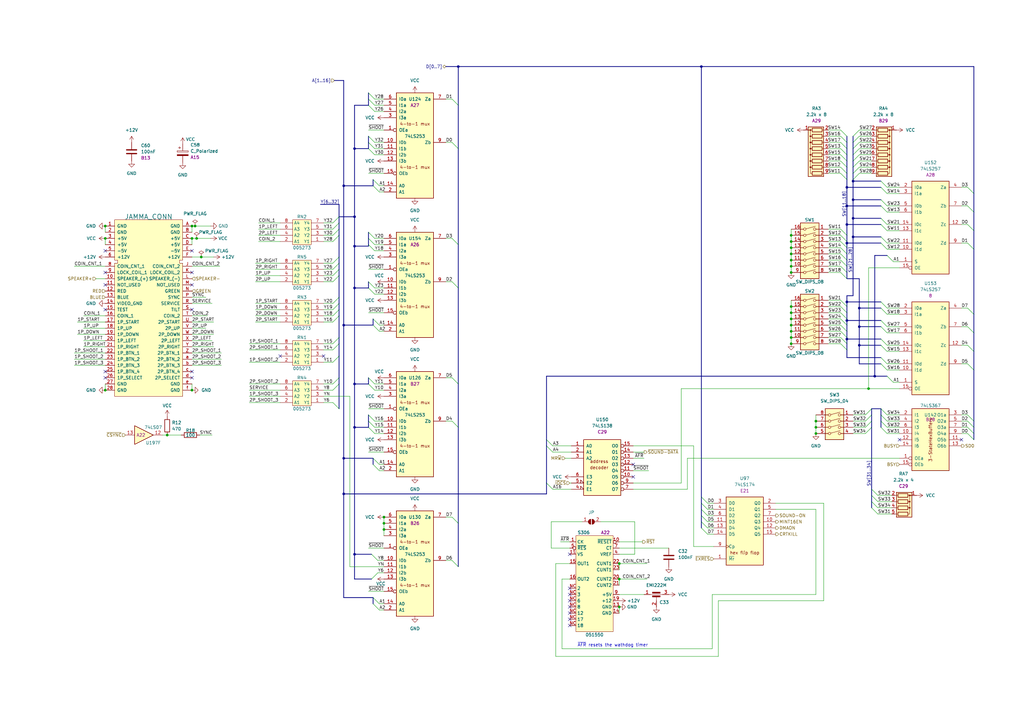
<source format=kicad_sch>
(kicad_sch (version 20230121) (generator eeschema)
  (paper "A3")
  (title_block (title "The Final Round") (date "2023-05-11") (company "Konami GX870"))
  (junction (at 254 248.92))
  (junction (at 334.645 177.8))
  (junction (at 140.97 187.96))
  (junction (at 324.485 138.43))
  (junction (at 324.485 99.06))
  (junction (at 145.415 175.26))
  (junction (at 78.74 97.79))
  (junction (at 157.48 212.09))
  (junction (at 324.485 111.76))
  (junction (at 324.485 135.89))
  (junction (at 43.18 92.71))
  (junction (at 140.97 202.565))
  (junction (at 145.415 60.96))
  (junction (at 140.97 76.2))
  (junction (at 349.885 81.915))
  (junction (at 187.96 27.305))
  (junction (at 324.485 128.27))
  (junction (at 324.485 104.14))
  (junction (at 157.48 214.63))
  (junction (at 80.01 92.71))
  (junction (at 145.415 88.9))
  (junction (at 356.235 159.385))
  (junction (at 347.345 99.695))
  (junction (at 324.485 133.35))
  (junction (at 68.58 178.435))
  (junction (at 157.48 217.17))
  (junction (at 334.645 172.72))
  (junction (at 347.345 92.075))
  (junction (at 145.415 118.11))
  (junction (at 347.345 84.455))
  (junction (at 82.55 105.41))
  (junction (at 43.18 97.79))
  (junction (at 43.18 160.02))
  (junction (at 145.415 157.48))
  (junction (at 324.485 106.68))
  (junction (at 347.345 139.065))
  (junction (at 347.345 76.835))
  (junction (at 349.885 89.535))
  (junction (at 349.885 74.295))
  (junction (at 254 231.14))
  (junction (at 324.485 101.6))
  (junction (at 352.425 141.605))
  (junction (at 80.645 97.79))
  (junction (at 352.425 126.365))
  (junction (at 349.885 97.155))
  (junction (at 254 237.49))
  (junction (at 324.485 140.97))
  (junction (at 287.655 27.305))
  (junction (at 324.485 125.73))
  (junction (at 324.485 109.22))
  (junction (at 145.415 100.965))
  (junction (at 334.645 175.26))
  (junction (at 324.485 96.52))
  (junction (at 145.415 227.33))
  (junction (at 78.74 160.02))
  (junction (at 347.345 123.825))
  (junction (at 352.425 133.985))
  (junction (at 78.74 92.71))
  (junction (at 358.775 154.305))
  (junction (at 324.485 130.81))
  (junction (at 347.345 131.445))
  (junction (at 140.97 133.35))
  (no_connect (at 43.18 116.84))
  (no_connect (at 233.68 246.38))
  (no_connect (at 78.74 116.84))
  (no_connect (at 233.68 251.46))
  (no_connect (at 233.68 256.54))
  (no_connect (at 43.18 152.4))
  (no_connect (at 43.18 154.94))
  (no_connect (at 78.74 152.4))
  (no_connect (at 78.74 154.94))
  (no_connect (at 43.18 127))
  (no_connect (at 132.715 146.05))
  (no_connect (at 233.68 254))
  (no_connect (at 78.74 127))
  (no_connect (at 233.68 243.84))
  (no_connect (at 78.74 102.87))
  (no_connect (at 114.935 146.05))
  (no_connect (at 259.715 190.5))
  (no_connect (at 259.715 195.58))
  (no_connect (at 78.74 111.76))
  (no_connect (at 394.335 180.34))
  (no_connect (at 43.18 111.76))
  (no_connect (at 233.68 248.92))
  (no_connect (at 233.68 227.33))
  (no_connect (at 368.935 180.34))
  (no_connect (at 43.18 102.87))
  (no_connect (at 233.68 241.3))
  (bus_entry (at 153.035 76.2) (size 2.54 2.54))
  (bus_entry (at 344.805 123.19) (size 2.54 2.54))
  (bus_entry (at 287.655 211.455) (size 2.54 2.54))
  (bus_entry (at 344.805 138.43) (size 2.54 2.54))
  (bus_entry (at 361.315 99.695) (size 2.54 2.54))
  (bus_entry (at 361.315 172.72) (size 2.54 2.54))
  (bus_entry (at 396.875 149.225) (size 2.54 2.54))
  (bus_entry (at 344.805 140.97) (size 2.54 2.54))
  (bus_entry (at 151.13 40.64) (size 2.54 2.54))
  (bus_entry (at 344.805 99.06) (size 2.54 2.54))
  (bus_entry (at 361.315 141.605) (size 2.54 2.54))
  (bus_entry (at 344.805 135.89) (size 2.54 2.54))
  (bus_entry (at 344.805 93.98) (size 2.54 2.54))
  (bus_entry (at 396.875 177.8) (size 2.54 2.54))
  (bus_entry (at 224.155 198.12) (size 2.54 2.54))
  (bus_entry (at 344.805 104.14) (size 2.54 2.54))
  (bus_entry (at 139.065 157.48) (size -2.54 2.54))
  (bus_entry (at 151.13 170.18) (size 2.54 2.54))
  (bus_entry (at 139.065 107.95) (size -2.54 2.54))
  (bus_entry (at 357.505 203.2) (size 2.54 2.54))
  (bus_entry (at 361.315 81.915) (size 2.54 2.54))
  (bus_entry (at 361.315 84.455) (size 2.54 2.54))
  (bus_entry (at 361.315 76.835) (size 2.54 2.54))
  (bus_entry (at 153.035 133.35) (size 2.54 2.54))
  (bus_entry (at 139.065 93.98) (size -2.54 2.54))
  (bus_entry (at 344.805 71.12) (size 2.54 2.54))
  (bus_entry (at 139.065 91.44) (size -2.54 2.54))
  (bus_entry (at 361.315 123.825) (size 2.54 2.54))
  (bus_entry (at 344.805 101.6) (size 2.54 2.54))
  (bus_entry (at 349.885 68.58) (size 2.54 -2.54))
  (bus_entry (at 344.805 96.52) (size 2.54 2.54))
  (bus_entry (at 344.805 111.76) (size 2.54 2.54))
  (bus_entry (at 151.13 58.42) (size 2.54 2.54))
  (bus_entry (at 151.13 157.48) (size 2.54 2.54))
  (bus_entry (at 287.655 208.915) (size 2.54 2.54))
  (bus_entry (at 396.875 170.18) (size 2.54 2.54))
  (bus_entry (at 153.035 130.81) (size 2.54 2.54))
  (bus_entry (at 151.13 115.57) (size 2.54 2.54))
  (bus_entry (at 354.965 177.8) (size 2.54 -2.54))
  (bus_entry (at 349.885 58.42) (size 2.54 -2.54))
  (bus_entry (at 344.805 68.58) (size 2.54 2.54))
  (bus_entry (at 361.315 97.155) (size 2.54 2.54))
  (bus_entry (at 361.315 149.225) (size 2.54 2.54))
  (bus_entry (at 139.065 124.46) (size -2.54 2.54))
  (bus_entry (at 361.315 167.64) (size 2.54 2.54))
  (bus_entry (at 361.315 139.065) (size 2.54 2.54))
  (bus_entry (at 151.13 43.18) (size 2.54 2.54))
  (bus_entry (at 185.42 40.64) (size 2.54 2.54))
  (bus_entry (at 185.42 58.42) (size 2.54 2.54))
  (bus_entry (at 185.42 154.94) (size 2.54 2.54))
  (bus_entry (at 185.42 97.79) (size 2.54 2.54))
  (bus_entry (at 344.805 60.96) (size 2.54 2.54))
  (bus_entry (at 344.805 133.35) (size 2.54 2.54))
  (bus_entry (at 396.875 126.365) (size 2.54 2.54))
  (bus_entry (at 153.035 187.96) (size 2.54 2.54))
  (bus_entry (at 151.13 97.79) (size 2.54 2.54))
  (bus_entry (at 139.065 129.54) (size -2.54 2.54))
  (bus_entry (at 344.805 55.88) (size 2.54 2.54))
  (bus_entry (at 139.065 113.03) (size -2.54 2.54))
  (bus_entry (at 344.805 130.81) (size 2.54 2.54))
  (bus_entry (at 185.42 172.72) (size 2.54 2.54))
  (bus_entry (at 344.805 125.73) (size 2.54 2.54))
  (bus_entry (at 361.315 175.26) (size 2.54 2.54))
  (bus_entry (at 354.965 172.72) (size 2.54 -2.54))
  (bus_entry (at 361.315 74.295) (size 2.54 2.54))
  (bus_entry (at 357.505 208.28) (size 2.54 2.54))
  (bus_entry (at 349.885 66.04) (size 2.54 -2.54))
  (bus_entry (at 151.13 60.96) (size 2.54 2.54))
  (bus_entry (at 349.885 60.96) (size 2.54 -2.54))
  (bus_entry (at 224.155 182.88) (size 2.54 2.54))
  (bus_entry (at 361.315 131.445) (size 2.54 2.54))
  (bus_entry (at 396.875 175.26) (size 2.54 2.54))
  (bus_entry (at 349.885 71.12) (size 2.54 -2.54))
  (bus_entry (at 139.065 105.41) (size -2.54 2.54))
  (bus_entry (at 151.13 118.11) (size 2.54 2.54))
  (bus_entry (at 151.13 175.26) (size 2.54 2.54))
  (bus_entry (at 357.505 200.66) (size 2.54 2.54))
  (bus_entry (at 151.13 154.94) (size 2.54 2.54))
  (bus_entry (at 361.315 146.685) (size 2.54 2.54))
  (bus_entry (at 139.065 140.97) (size -2.54 2.54))
  (bus_entry (at 139.065 88.9) (size -2.54 2.54))
  (bus_entry (at 152.4 227.33) (size 2.54 2.54))
  (bus_entry (at 396.875 92.075) (size 2.54 2.54))
  (bus_entry (at 396.875 99.695) (size 2.54 2.54))
  (bus_entry (at 396.875 76.835) (size 2.54 2.54))
  (bus_entry (at 396.875 84.455) (size 2.54 2.54))
  (bus_entry (at 185.42 115.57) (size 2.54 2.54))
  (bus_entry (at 344.805 63.5) (size 2.54 2.54))
  (bus_entry (at 139.065 110.49) (size -2.54 2.54))
  (bus_entry (at 344.805 58.42) (size 2.54 2.54))
  (bus_entry (at 185.42 212.09) (size 2.54 2.54))
  (bus_entry (at 396.875 133.985) (size 2.54 2.54))
  (bus_entry (at 153.035 73.66) (size 2.54 2.54))
  (bus_entry (at 287.655 206.375) (size 2.54 2.54))
  (bus_entry (at 361.315 133.985) (size 2.54 2.54))
  (bus_entry (at 151.13 100.33) (size 2.54 2.54))
  (bus_entry (at 152.4 237.49) (size 2.54 -2.54))
  (bus_entry (at 139.065 127) (size -2.54 2.54))
  (bus_entry (at 354.965 175.26) (size 2.54 -2.54))
  (bus_entry (at 344.805 109.22) (size 2.54 2.54))
  (bus_entry (at 151.13 55.88) (size 2.54 2.54))
  (bus_entry (at 287.655 213.995) (size 2.54 2.54))
  (bus_entry (at 287.655 216.535) (size 2.54 2.54))
  (bus_entry (at 139.065 96.52) (size -2.54 2.54))
  (bus_entry (at 151.13 172.72) (size 2.54 2.54))
  (bus_entry (at 361.315 170.18) (size 2.54 2.54))
  (bus_entry (at 349.885 63.5) (size 2.54 -2.54))
  (bus_entry (at 139.065 121.92) (size -2.54 2.54))
  (bus_entry (at 151.13 38.1) (size 2.54 2.54))
  (bus_entry (at 396.875 172.72) (size 2.54 2.54))
  (bus_entry (at 139.065 154.94) (size -2.54 2.54))
  (bus_entry (at 344.805 128.27) (size 2.54 2.54))
  (bus_entry (at 354.965 170.18) (size 2.54 -2.54))
  (bus_entry (at 396.875 141.605) (size 2.54 2.54))
  (bus_entry (at 357.505 205.74) (size 2.54 2.54))
  (bus_entry (at 344.805 106.68) (size 2.54 2.54))
  (bus_entry (at 361.315 126.365) (size 2.54 2.54))
  (bus_entry (at 349.885 73.66) (size 2.54 -2.54))
  (bus_entry (at 153.035 190.5) (size 2.54 2.54))
  (bus_entry (at 344.805 66.04) (size 2.54 2.54))
  (bus_entry (at 153.035 245.11) (size 2.54 2.54))
  (bus_entry (at 153.035 247.65) (size 2.54 2.54))
  (bus_entry (at 349.885 55.88) (size 2.54 -2.54))
  (bus_entry (at 344.805 53.34) (size 2.54 2.54))
  (bus_entry (at 185.42 229.87) (size 2.54 2.54))
  (bus_entry (at 139.065 167.64) (size -2.54 -2.54))
  (bus_entry (at 287.655 203.835) (size 2.54 2.54))
  (bus_entry (at 224.155 180.34) (size 2.54 2.54))
  (bus_entry (at 139.065 146.05) (size -2.54 2.54))
  (bus_entry (at 151.13 95.25) (size 2.54 2.54))
  (bus_entry (at 139.065 138.43) (size -2.54 2.54))
  (bus_entry (at 363.855 104.775) (size 2.54 2.54))
  (bus_entry (at 363.855 154.305) (size 2.54 2.54))
  (bus_entry (at 361.315 92.075) (size 2.54 2.54))
  (bus_entry (at 361.315 89.535) (size 2.54 2.54))
  (bus (pts (xy 187.96 214.63) (xy 187.96 175.26)))
  (wire (pts (xy 153.67 97.79) (xy 157.48 97.79)))
  (bus (pts (xy 153.035 190.5) (xy 153.035 187.96)))
  (wire (pts (xy 226.695 200.66) (xy 234.315 200.66)))
  (wire (pts (xy 230.505 237.49) (xy 233.68 237.49)))
  (wire (pts (xy 360.045 205.74) (xy 365.76 205.74)))
  (wire (pts (xy 281.94 187.96) (xy 368.935 187.96)))
  (wire (pts (xy 143.51 232.41) (xy 157.48 232.41)))
  (wire (pts (xy 260.35 227.33) (xy 260.35 213.995)))
  (bus (pts (xy 347.345 121.285) (xy 349.885 121.285)))
  (bus (pts (xy 137.16 33.02) (xy 140.97 33.02)))
  (wire (pts (xy 324.485 133.35) (xy 324.485 135.89)))
  (bus (pts (xy 145.415 157.48) (xy 145.415 175.26)))
  (wire (pts (xy 132.715 157.48) (xy 136.525 157.48)))
  (bus (pts (xy 139.065 138.43) (xy 139.065 140.97)))
  (wire (pts (xy 368.935 109.855) (xy 356.235 109.855)))
  (wire (pts (xy 153.67 63.5) (xy 157.48 63.5)))
  (wire (pts (xy 34.29 129.54) (xy 43.18 129.54)))
  (bus (pts (xy 349.885 55.88) (xy 349.885 58.42)))
  (bus (pts (xy 153.035 247.65) (xy 153.035 245.11)))
  (bus (pts (xy 224.155 180.34) (xy 224.155 154.305)))
  (wire (pts (xy 227.965 269.24) (xy 294.64 269.24)))
  (bus (pts (xy 187.96 100.33) (xy 187.96 60.96)))
  (bus (pts (xy 153.035 245.11) (xy 140.97 245.11)))
  (bus (pts (xy 140.97 133.35) (xy 140.97 76.2)))
  (wire (pts (xy 290.195 219.075) (xy 292.735 219.075)))
  (bus (pts (xy 139.065 157.48) (xy 139.065 167.64)))
  (wire (pts (xy 352.425 55.88) (xy 357.505 55.88)))
  (wire (pts (xy 66.675 178.435) (xy 68.58 178.435)))
  (wire (pts (xy 294.64 269.24) (xy 294.64 246.38)))
  (bus (pts (xy 357.505 205.74) (xy 357.505 208.28)))
  (bus (pts (xy 357.505 172.72) (xy 357.505 170.18)))
  (bus (pts (xy 139.065 129.54) (xy 139.065 138.43)))
  (bus (pts (xy 140.97 133.35) (xy 153.035 133.35)))
  (wire (pts (xy 155.575 133.35) (xy 157.48 133.35)))
  (wire (pts (xy 132.715 110.49) (xy 136.525 110.49)))
  (wire (pts (xy 227.965 231.14) (xy 233.68 231.14)))
  (bus (pts (xy 187.96 232.41) (xy 187.96 214.63)))
  (bus (pts (xy 151.13 60.96) (xy 145.415 60.96)))
  (bus (pts (xy 399.415 172.72) (xy 399.415 151.765)))
  (wire (pts (xy 132.715 107.95) (xy 136.525 107.95)))
  (bus (pts (xy 139.065 91.44) (xy 139.065 93.98)))
  (wire (pts (xy 284.48 224.155) (xy 292.735 224.155)))
  (wire (pts (xy 151.13 185.42) (xy 157.48 185.42)))
  (bus (pts (xy 349.885 89.535) (xy 361.315 89.535)))
  (wire (pts (xy 132.715 96.52) (xy 136.525 96.52)))
  (wire (pts (xy 151.13 71.12) (xy 157.48 71.12)))
  (wire (pts (xy 78.74 132.08) (xy 87.63 132.08)))
  (wire (pts (xy 104.775 124.46) (xy 114.935 124.46)))
  (wire (pts (xy 360.045 210.82) (xy 365.76 210.82)))
  (bus (pts (xy 352.425 114.3) (xy 352.425 126.365)))
  (wire (pts (xy 132.715 162.56) (xy 143.51 162.56)))
  (bus (pts (xy 287.655 203.835) (xy 287.655 206.375)))
  (wire (pts (xy 81.915 178.435) (xy 86.995 178.435)))
  (bus (pts (xy 399.415 27.305) (xy 399.415 79.375)))
  (wire (pts (xy 259.715 200.66) (xy 281.94 200.66)))
  (wire (pts (xy 182.88 212.09) (xy 185.42 212.09)))
  (wire (pts (xy 254 248.92) (xy 254 251.46)))
  (wire (pts (xy 30.48 149.86) (xy 43.18 149.86)))
  (bus (pts (xy 349.885 63.5) (xy 349.885 66.04)))
  (wire (pts (xy 153.67 160.02) (xy 157.48 160.02)))
  (bus (pts (xy 349.885 97.155) (xy 361.315 97.155)))
  (wire (pts (xy 226.06 224.79) (xy 233.68 224.79)))
  (bus (pts (xy 361.315 170.18) (xy 361.315 172.72)))
  (bus (pts (xy 139.065 127) (xy 139.065 129.54)))
  (wire (pts (xy 254 224.79) (xy 274.32 224.79)))
  (wire (pts (xy 104.775 129.54) (xy 114.935 129.54)))
  (wire (pts (xy 360.045 203.2) (xy 365.76 203.2)))
  (wire (pts (xy 337.82 206.375) (xy 337.82 246.38)))
  (wire (pts (xy 157.48 214.63) (xy 157.48 217.17)))
  (bus (pts (xy 140.97 76.2) (xy 153.035 76.2)))
  (wire (pts (xy 151.13 128.27) (xy 157.48 128.27)))
  (bus (pts (xy 349.885 71.12) (xy 349.885 73.66)))
  (wire (pts (xy 363.855 84.455) (xy 368.935 84.455)))
  (wire (pts (xy 102.235 162.56) (xy 114.935 162.56)))
  (bus (pts (xy 347.345 68.58) (xy 347.345 71.12)))
  (bus (pts (xy 347.345 123.825) (xy 361.315 123.825)))
  (bus (pts (xy 352.425 126.365) (xy 352.425 133.985)))
  (wire (pts (xy 356.235 109.855) (xy 356.235 159.385)))
  (bus (pts (xy 347.345 99.695) (xy 347.345 101.6)))
  (bus (pts (xy 347.345 125.73) (xy 347.345 123.825)))
  (wire (pts (xy 259.715 193.04) (xy 266.065 193.04)))
  (wire (pts (xy 339.725 135.89) (xy 344.805 135.89)))
  (wire (pts (xy 143.51 232.41) (xy 143.51 162.56)))
  (bus (pts (xy 357.505 175.26) (xy 357.505 200.66)))
  (bus (pts (xy 347.345 92.075) (xy 347.345 96.52)))
  (wire (pts (xy 102.235 143.51) (xy 114.935 143.51)))
  (wire (pts (xy 352.425 71.12) (xy 357.505 71.12)))
  (wire (pts (xy 344.805 66.04) (xy 339.725 66.04)))
  (wire (pts (xy 339.725 140.97) (xy 344.805 140.97)))
  (bus (pts (xy 347.345 138.43) (xy 347.345 135.89)))
  (bus (pts (xy 357.505 170.18) (xy 357.505 167.64)))
  (wire (pts (xy 290.195 211.455) (xy 292.735 211.455)))
  (wire (pts (xy 324.485 99.06) (xy 324.485 101.6)))
  (wire (pts (xy 363.855 102.235) (xy 368.935 102.235)))
  (wire (pts (xy 106.045 99.06) (xy 114.935 99.06)))
  (wire (pts (xy 78.74 144.78) (xy 90.805 144.78)))
  (bus (pts (xy 153.035 187.96) (xy 140.97 187.96)))
  (wire (pts (xy 349.885 175.26) (xy 354.965 175.26)))
  (wire (pts (xy 226.06 213.995) (xy 238.76 213.995)))
  (bus (pts (xy 399.415 136.525) (xy 399.415 128.905)))
  (bus (pts (xy 399.415 144.145) (xy 399.415 136.525)))
  (wire (pts (xy 339.725 125.73) (xy 344.805 125.73)))
  (bus (pts (xy 140.97 76.2) (xy 140.97 33.02)))
  (wire (pts (xy 324.485 101.6) (xy 324.485 104.14)))
  (wire (pts (xy 153.67 175.26) (xy 157.48 175.26)))
  (bus (pts (xy 352.425 149.225) (xy 361.315 149.225)))
  (wire (pts (xy 153.67 177.8) (xy 157.48 177.8)))
  (bus (pts (xy 347.345 130.81) (xy 347.345 128.27)))
  (bus (pts (xy 347.345 92.075) (xy 361.315 92.075)))
  (bus (pts (xy 352.425 133.985) (xy 352.425 141.605)))
  (wire (pts (xy 78.74 157.48) (xy 78.74 160.02)))
  (wire (pts (xy 363.855 86.995) (xy 368.935 86.995)))
  (bus (pts (xy 187.96 60.96) (xy 187.96 43.18)))
  (bus (pts (xy 151.13 100.965) (xy 145.415 100.965)))
  (wire (pts (xy 290.195 208.915) (xy 292.735 208.915)))
  (wire (pts (xy 230.505 266.065) (xy 292.1 266.065)))
  (wire (pts (xy 363.855 126.365) (xy 368.935 126.365)))
  (wire (pts (xy 344.805 109.22) (xy 339.725 109.22)))
  (wire (pts (xy 102.235 160.02) (xy 114.935 160.02)))
  (wire (pts (xy 339.725 128.27) (xy 344.805 128.27)))
  (wire (pts (xy 279.4 159.385) (xy 356.235 159.385)))
  (wire (pts (xy 153.67 58.42) (xy 157.48 58.42)))
  (bus (pts (xy 347.345 58.42) (xy 347.345 60.96)))
  (bus (pts (xy 347.345 131.445) (xy 361.315 131.445)))
  (wire (pts (xy 43.18 92.71) (xy 43.18 95.25)))
  (wire (pts (xy 363.855 79.375) (xy 368.935 79.375)))
  (wire (pts (xy 155.575 190.5) (xy 157.48 190.5)))
  (wire (pts (xy 154.94 229.87) (xy 157.48 229.87)))
  (wire (pts (xy 394.335 141.605) (xy 396.875 141.605)))
  (bus (pts (xy 139.065 110.49) (xy 139.065 113.03)))
  (wire (pts (xy 151.13 242.57) (xy 157.48 242.57)))
  (wire (pts (xy 394.335 84.455) (xy 396.875 84.455)))
  (wire (pts (xy 78.74 137.16) (xy 87.63 137.16)))
  (wire (pts (xy 78.74 134.62) (xy 84.455 134.62)))
  (wire (pts (xy 132.715 140.97) (xy 136.525 140.97)))
  (bus (pts (xy 347.345 135.89) (xy 347.345 133.35)))
  (bus (pts (xy 139.065 105.41) (xy 139.065 107.95)))
  (bus (pts (xy 347.345 99.06) (xy 347.345 99.695)))
  (wire (pts (xy 230.505 266.065) (xy 230.505 237.49)))
  (wire (pts (xy 154.94 234.95) (xy 157.48 234.95)))
  (bus (pts (xy 139.065 88.9) (xy 145.415 88.9)))
  (wire (pts (xy 233.68 198.12) (xy 234.315 198.12)))
  (wire (pts (xy 151.13 224.79) (xy 157.48 224.79)))
  (bus (pts (xy 349.885 68.58) (xy 349.885 71.12)))
  (bus (pts (xy 287.655 27.305) (xy 287.655 203.835)))
  (bus (pts (xy 352.425 141.605) (xy 361.315 141.605)))
  (wire (pts (xy 344.805 104.14) (xy 339.725 104.14)))
  (wire (pts (xy 80.01 92.71) (xy 86.36 92.71)))
  (bus (pts (xy 140.97 245.11) (xy 140.97 202.565)))
  (wire (pts (xy 254 243.84) (xy 264.16 243.84)))
  (wire (pts (xy 102.235 165.1) (xy 114.935 165.1)))
  (wire (pts (xy 334.645 208.915) (xy 334.645 243.84)))
  (bus (pts (xy 151.13 55.88) (xy 151.13 58.42)))
  (wire (pts (xy 30.48 109.22) (xy 43.18 109.22)))
  (wire (pts (xy 394.335 172.72) (xy 396.875 172.72)))
  (bus (pts (xy 287.655 208.915) (xy 287.655 211.455)))
  (wire (pts (xy 366.395 107.315) (xy 368.935 107.315)))
  (bus (pts (xy 139.065 140.97) (xy 139.065 146.05)))
  (bus (pts (xy 140.97 202.565) (xy 224.155 202.565)))
  (wire (pts (xy 363.855 128.905) (xy 368.935 128.905)))
  (wire (pts (xy 78.74 129.54) (xy 85.09 129.54)))
  (wire (pts (xy 352.425 66.04) (xy 357.505 66.04)))
  (bus (pts (xy 347.345 60.96) (xy 347.345 63.5)))
  (wire (pts (xy 279.4 198.12) (xy 279.4 159.385)))
  (wire (pts (xy 132.715 93.98) (xy 136.525 93.98)))
  (bus (pts (xy 145.415 175.26) (xy 145.415 227.33)))
  (wire (pts (xy 43.18 97.79) (xy 43.18 100.33)))
  (wire (pts (xy 366.395 156.845) (xy 368.935 156.845)))
  (wire (pts (xy 132.715 113.03) (xy 136.525 113.03)))
  (wire (pts (xy 344.805 63.5) (xy 339.725 63.5)))
  (wire (pts (xy 106.045 96.52) (xy 114.935 96.52)))
  (bus (pts (xy 399.415 151.765) (xy 399.415 144.145)))
  (wire (pts (xy 394.335 99.695) (xy 396.875 99.695)))
  (bus (pts (xy 347.345 143.51) (xy 347.345 140.97)))
  (wire (pts (xy 182.88 229.87) (xy 185.42 229.87)))
  (wire (pts (xy 78.74 92.71) (xy 80.01 92.71)))
  (wire (pts (xy 363.855 76.835) (xy 368.935 76.835)))
  (bus (pts (xy 349.885 60.96) (xy 349.885 63.5)))
  (bus (pts (xy 347.345 140.97) (xy 347.345 139.065)))
  (bus (pts (xy 151.13 172.72) (xy 151.13 175.26)))
  (wire (pts (xy 324.485 104.14) (xy 324.485 106.68)))
  (wire (pts (xy 102.235 157.48) (xy 114.935 157.48)))
  (wire (pts (xy 68.58 178.435) (xy 74.295 178.435)))
  (wire (pts (xy 78.74 97.79) (xy 80.645 97.79)))
  (bus (pts (xy 349.885 89.535) (xy 349.885 97.155)))
  (wire (pts (xy 82.55 105.41) (xy 87.63 105.41)))
  (bus (pts (xy 140.97 187.96) (xy 140.97 133.35)))
  (wire (pts (xy 363.855 170.18) (xy 368.935 170.18)))
  (wire (pts (xy 155.575 247.65) (xy 157.48 247.65)))
  (bus (pts (xy 151.13 95.25) (xy 151.13 97.79)))
  (wire (pts (xy 394.335 175.26) (xy 396.875 175.26)))
  (wire (pts (xy 78.74 109.22) (xy 90.17 109.22)))
  (bus (pts (xy 357.505 175.26) (xy 357.505 172.72)))
  (wire (pts (xy 229.87 222.25) (xy 233.68 222.25)))
  (wire (pts (xy 363.855 99.695) (xy 368.935 99.695)))
  (wire (pts (xy 394.335 149.225) (xy 396.875 149.225)))
  (wire (pts (xy 106.045 93.98) (xy 114.935 93.98)))
  (wire (pts (xy 78.74 97.79) (xy 78.74 100.33)))
  (wire (pts (xy 132.715 165.1) (xy 136.525 165.1)))
  (wire (pts (xy 352.425 63.5) (xy 357.505 63.5)))
  (bus (pts (xy 352.425 141.605) (xy 352.425 149.225)))
  (wire (pts (xy 132.715 132.08) (xy 136.525 132.08)))
  (bus (pts (xy 349.885 81.915) (xy 349.885 89.535)))
  (wire (pts (xy 182.88 115.57) (xy 185.42 115.57)))
  (wire (pts (xy 78.74 149.86) (xy 90.805 149.86)))
  (wire (pts (xy 324.485 125.73) (xy 324.485 128.27)))
  (wire (pts (xy 394.335 126.365) (xy 396.875 126.365)))
  (wire (pts (xy 352.425 68.58) (xy 357.505 68.58)))
  (bus (pts (xy 347.345 76.835) (xy 347.345 84.455)))
  (bus (pts (xy 151.13 175.26) (xy 145.415 175.26)))
  (bus (pts (xy 347.345 104.14) (xy 347.345 106.68)))
  (wire (pts (xy 31.75 137.16) (xy 43.18 137.16)))
  (wire (pts (xy 334.645 172.72) (xy 334.645 175.26)))
  (bus (pts (xy 361.315 167.64) (xy 361.315 170.18)))
  (wire (pts (xy 281.94 200.66) (xy 281.94 187.96)))
  (bus (pts (xy 399.415 94.615) (xy 399.415 86.995)))
  (wire (pts (xy 151.13 53.34) (xy 157.48 53.34)))
  (wire (pts (xy 339.725 138.43) (xy 344.805 138.43)))
  (bus (pts (xy 349.885 97.155) (xy 349.885 121.285)))
  (bus (pts (xy 349.885 73.66) (xy 349.885 74.295)))
  (wire (pts (xy 34.29 142.24) (xy 43.18 142.24)))
  (wire (pts (xy 226.06 213.995) (xy 226.06 224.79)))
  (wire (pts (xy 394.335 177.8) (xy 396.875 177.8)))
  (bus (pts (xy 347.345 55.88) (xy 347.345 58.42)))
  (wire (pts (xy 363.855 94.615) (xy 368.935 94.615)))
  (wire (pts (xy 363.855 151.765) (xy 368.935 151.765)))
  (wire (pts (xy 182.88 97.79) (xy 185.42 97.79)))
  (wire (pts (xy 363.855 175.26) (xy 368.935 175.26)))
  (wire (pts (xy 254 231.14) (xy 265.43 231.14)))
  (wire (pts (xy 344.805 101.6) (xy 339.725 101.6)))
  (bus (pts (xy 145.415 100.965) (xy 145.415 118.11)))
  (wire (pts (xy 226.695 182.88) (xy 234.315 182.88)))
  (bus (pts (xy 153.035 130.81) (xy 153.035 133.35)))
  (wire (pts (xy 363.855 149.225) (xy 368.935 149.225)))
  (bus (pts (xy 139.065 93.98) (xy 139.065 96.52)))
  (wire (pts (xy 155.575 78.74) (xy 157.48 78.74)))
  (bus (pts (xy 224.155 202.565) (xy 224.155 198.12)))
  (wire (pts (xy 363.855 92.075) (xy 368.935 92.075)))
  (bus (pts (xy 347.345 133.35) (xy 347.345 131.445)))
  (wire (pts (xy 254 231.14) (xy 254 233.68)))
  (bus (pts (xy 140.97 187.96) (xy 140.97 202.565)))
  (wire (pts (xy 344.805 58.42) (xy 339.725 58.42)))
  (bus (pts (xy 187.96 27.305) (xy 287.655 27.305)))
  (wire (pts (xy 318.135 208.915) (xy 334.645 208.915)))
  (wire (pts (xy 104.775 107.95) (xy 114.935 107.95)))
  (bus (pts (xy 349.885 58.42) (xy 349.885 60.96)))
  (wire (pts (xy 155.575 76.2) (xy 157.48 76.2)))
  (wire (pts (xy 151.13 110.49) (xy 157.48 110.49)))
  (bus (pts (xy 347.345 99.695) (xy 361.315 99.695)))
  (wire (pts (xy 290.195 216.535) (xy 292.735 216.535)))
  (wire (pts (xy 339.725 123.19) (xy 344.805 123.19)))
  (wire (pts (xy 104.775 127) (xy 114.935 127)))
  (wire (pts (xy 153.67 60.96) (xy 157.48 60.96)))
  (bus (pts (xy 347.345 101.6) (xy 347.345 104.14)))
  (wire (pts (xy 246.38 213.995) (xy 260.35 213.995)))
  (wire (pts (xy 182.88 172.72) (xy 185.42 172.72)))
  (wire (pts (xy 78.74 105.41) (xy 82.55 105.41)))
  (wire (pts (xy 227.965 231.14) (xy 227.965 269.24)))
  (bus (pts (xy 399.415 177.8) (xy 399.415 175.26)))
  (bus (pts (xy 151.13 157.48) (xy 145.415 157.48)))
  (wire (pts (xy 226.695 185.42) (xy 234.315 185.42)))
  (wire (pts (xy 324.485 106.68) (xy 324.485 109.22)))
  (wire (pts (xy 182.88 58.42) (xy 185.42 58.42)))
  (wire (pts (xy 363.855 144.145) (xy 368.935 144.145)))
  (wire (pts (xy 344.805 53.34) (xy 339.725 53.34)))
  (bus (pts (xy 358.775 104.775) (xy 358.775 154.305)))
  (wire (pts (xy 102.235 140.97) (xy 114.935 140.97)))
  (wire (pts (xy 318.135 206.375) (xy 337.82 206.375)))
  (bus (pts (xy 361.315 146.685) (xy 347.345 146.685)))
  (wire (pts (xy 356.235 159.385) (xy 368.935 159.385)))
  (bus (pts (xy 347.345 76.835) (xy 361.315 76.835)))
  (bus (pts (xy 357.505 167.64) (xy 361.315 167.64)))
  (wire (pts (xy 334.645 170.18) (xy 334.645 172.72)))
  (wire (pts (xy 78.74 147.32) (xy 90.805 147.32)))
  (bus (pts (xy 151.13 43.18) (xy 145.415 43.18)))
  (wire (pts (xy 34.29 139.7) (xy 43.18 139.7)))
  (wire (pts (xy 157.48 212.09) (xy 157.48 214.63)))
  (bus (pts (xy 145.415 237.49) (xy 145.415 227.33)))
  (wire (pts (xy 39.37 114.3) (xy 43.18 114.3)))
  (wire (pts (xy 153.67 100.33) (xy 157.48 100.33)))
  (bus (pts (xy 347.345 96.52) (xy 347.345 99.06)))
  (wire (pts (xy 153.67 120.65) (xy 157.48 120.65)))
  (wire (pts (xy 344.805 68.58) (xy 339.725 68.58)))
  (bus (pts (xy 347.345 84.455) (xy 361.315 84.455)))
  (wire (pts (xy 153.67 102.87) (xy 157.48 102.87)))
  (wire (pts (xy 78.74 92.71) (xy 78.74 95.25)))
  (wire (pts (xy 294.64 246.38) (xy 337.82 246.38)))
  (wire (pts (xy 259.715 182.88) (xy 284.48 182.88)))
  (bus (pts (xy 363.855 104.775) (xy 358.775 104.775)))
  (wire (pts (xy 153.67 40.64) (xy 157.48 40.64)))
  (bus (pts (xy 347.345 128.27) (xy 347.345 125.73)))
  (bus (pts (xy 187.96 43.18) (xy 187.96 27.305)))
  (bus (pts (xy 151.13 40.64) (xy 151.13 43.18)))
  (wire (pts (xy 394.335 170.18) (xy 396.875 170.18)))
  (bus (pts (xy 145.415 60.96) (xy 145.415 88.9)))
  (bus (pts (xy 347.345 63.5) (xy 347.345 66.04)))
  (bus (pts (xy 187.96 118.11) (xy 187.96 100.33)))
  (bus (pts (xy 399.415 180.34) (xy 399.415 177.8)))
  (wire (pts (xy 363.855 133.985) (xy 368.935 133.985)))
  (bus (pts (xy 352.425 133.985) (xy 361.315 133.985)))
  (wire (pts (xy 132.715 124.46) (xy 136.525 124.46)))
  (bus (pts (xy 347.345 73.66) (xy 347.345 76.835)))
  (bus (pts (xy 399.415 102.235) (xy 399.415 94.615)))
  (wire (pts (xy 106.045 91.44) (xy 114.935 91.44)))
  (bus (pts (xy 187.96 175.26) (xy 187.96 157.48)))
  (bus (pts (xy 151.13 170.18) (xy 151.13 172.72)))
  (bus (pts (xy 361.315 172.72) (xy 361.315 175.26)))
  (wire (pts (xy 363.855 172.72) (xy 368.935 172.72)))
  (bus (pts (xy 224.155 154.305) (xy 358.775 154.305)))
  (wire (pts (xy 344.805 71.12) (xy 339.725 71.12)))
  (wire (pts (xy 349.885 170.18) (xy 354.965 170.18)))
  (wire (pts (xy 344.805 55.88) (xy 339.725 55.88)))
  (wire (pts (xy 394.335 133.985) (xy 396.875 133.985)))
  (wire (pts (xy 344.805 93.98) (xy 339.725 93.98)))
  (bus (pts (xy 347.345 84.455) (xy 347.345 92.075)))
  (wire (pts (xy 78.74 121.92) (xy 84.455 121.92)))
  (wire (pts (xy 290.195 213.995) (xy 292.735 213.995)))
  (bus (pts (xy 347.345 111.76) (xy 347.345 114.3)))
  (wire (pts (xy 78.74 139.7) (xy 86.995 139.7)))
  (wire (pts (xy 344.805 111.76) (xy 339.725 111.76)))
  (bus (pts (xy 287.655 27.305) (xy 399.415 27.305)))
  (wire (pts (xy 31.75 132.08) (xy 43.18 132.08)))
  (bus (pts (xy 347.345 139.065) (xy 361.315 139.065)))
  (bus (pts (xy 399.415 86.995) (xy 399.415 79.375)))
  (wire (pts (xy 182.88 154.94) (xy 185.42 154.94)))
  (wire (pts (xy 155.575 135.89) (xy 157.48 135.89)))
  (wire (pts (xy 30.48 147.32) (xy 43.18 147.32)))
  (wire (pts (xy 292.1 243.84) (xy 334.645 243.84)))
  (bus (pts (xy 187.96 157.48) (xy 187.96 118.11)))
  (wire (pts (xy 344.805 106.68) (xy 339.725 106.68)))
  (wire (pts (xy 324.485 109.22) (xy 324.485 111.76)))
  (wire (pts (xy 104.775 110.49) (xy 114.935 110.49)))
  (bus (pts (xy 151.13 97.79) (xy 151.13 100.33)))
  (wire (pts (xy 324.485 138.43) (xy 324.485 140.97)))
  (bus (pts (xy 139.065 88.9) (xy 139.065 91.44)))
  (wire (pts (xy 363.855 177.8) (xy 368.935 177.8)))
  (wire (pts (xy 43.18 157.48) (xy 43.18 160.02)))
  (wire (pts (xy 339.725 130.81) (xy 344.805 130.81)))
  (wire (pts (xy 352.425 58.42) (xy 357.505 58.42)))
  (bus (pts (xy 347.345 114.3) (xy 352.425 114.3)))
  (wire (pts (xy 157.48 217.17) (xy 157.48 219.71)))
  (bus (pts (xy 357.505 203.2) (xy 357.505 205.74)))
  (wire (pts (xy 231.775 187.96) (xy 234.315 187.96)))
  (wire (pts (xy 78.74 142.24) (xy 87.63 142.24)))
  (wire (pts (xy 324.485 128.27) (xy 324.485 130.81)))
  (wire (pts (xy 132.715 91.44) (xy 136.525 91.44)))
  (wire (pts (xy 339.725 133.35) (xy 344.805 133.35)))
  (wire (pts (xy 363.855 141.605) (xy 368.935 141.605)))
  (wire (pts (xy 132.715 143.51) (xy 136.525 143.51)))
  (bus (pts (xy 347.345 66.04) (xy 347.345 68.58)))
  (wire (pts (xy 324.485 123.19) (xy 324.485 125.73)))
  (bus (pts (xy 347.345 146.685) (xy 347.345 143.51)))
  (bus (pts (xy 145.415 88.9) (xy 145.415 100.965)))
  (wire (pts (xy 132.715 148.59) (xy 136.525 148.59)))
  (wire (pts (xy 132.715 115.57) (xy 136.525 115.57)))
  (bus (pts (xy 287.655 206.375) (xy 287.655 208.915)))
  (bus (pts (xy 151.13 118.11) (xy 145.415 118.11)))
  (wire (pts (xy 151.13 167.64) (xy 157.48 167.64)))
  (bus (pts (xy 287.655 213.995) (xy 287.655 216.535)))
  (wire (pts (xy 334.645 175.26) (xy 334.645 177.8)))
  (wire (pts (xy 153.67 157.48) (xy 157.48 157.48)))
  (bus (pts (xy 153.035 73.66) (xy 153.035 76.2)))
  (bus (pts (xy 287.655 211.455) (xy 287.655 213.995)))
  (wire (pts (xy 344.805 60.96) (xy 339.725 60.96)))
  (bus (pts (xy 224.155 180.34) (xy 224.155 182.88)))
  (wire (pts (xy 155.575 250.19) (xy 157.48 250.19)))
  (wire (pts (xy 153.67 118.11) (xy 157.48 118.11)))
  (wire (pts (xy 290.195 206.375) (xy 292.735 206.375)))
  (bus (pts (xy 151.13 154.94) (xy 151.13 157.48)))
  (bus (pts (xy 347.345 131.445) (xy 347.345 130.81)))
  (bus (pts (xy 347.345 123.825) (xy 347.345 121.285)))
  (wire (pts (xy 264.16 185.42) (xy 259.715 185.42)))
  (wire (pts (xy 132.715 129.54) (xy 136.525 129.54)))
  (bus (pts (xy 347.345 109.22) (xy 347.345 111.76)))
  (wire (pts (xy 254 237.49) (xy 254 240.03)))
  (wire (pts (xy 104.775 115.57) (xy 114.935 115.57)))
  (bus (pts (xy 139.065 107.95) (xy 139.065 110.49)))
  (bus (pts (xy 152.4 237.49) (xy 145.415 237.49)))
  (bus (pts (xy 139.065 146.05) (xy 139.065 154.94)))
  (wire (pts (xy 360.045 208.28) (xy 365.76 208.28)))
  (wire (pts (xy 284.48 182.88) (xy 284.48 224.155)))
  (bus (pts (xy 139.065 96.52) (xy 139.065 105.41)))
  (bus (pts (xy 361.315 126.365) (xy 352.425 126.365)))
  (wire (pts (xy 153.67 43.18) (xy 157.48 43.18)))
  (wire (pts (xy 352.425 60.96) (xy 357.505 60.96)))
  (bus (pts (xy 139.065 121.92) (xy 139.065 124.46)))
  (wire (pts (xy 78.74 124.46) (xy 86.995 124.46)))
  (bus (pts (xy 139.065 113.03) (xy 139.065 121.92)))
  (wire (pts (xy 155.575 193.04) (xy 157.48 193.04)))
  (bus (pts (xy 131.445 83.82) (xy 139.065 83.82)))
  (bus (pts (xy 145.415 43.18) (xy 145.415 60.96)))
  (bus (pts (xy 182.88 27.305) (xy 187.96 27.305)))
  (wire (pts (xy 349.885 177.8) (xy 354.965 177.8)))
  (bus (pts (xy 399.415 175.26) (xy 399.415 172.72)))
  (bus (pts (xy 145.415 118.11) (xy 145.415 157.48)))
  (wire (pts (xy 132.715 99.06) (xy 136.525 99.06)))
  (bus (pts (xy 399.415 128.905) (xy 399.415 102.235)))
  (wire (pts (xy 344.805 96.52) (xy 339.725 96.52)))
  (wire (pts (xy 153.67 172.72) (xy 157.48 172.72)))
  (wire (pts (xy 254 237.49) (xy 265.43 237.49)))
  (bus (pts (xy 139.065 88.9) (xy 139.065 83.82)))
  (bus (pts (xy 151.13 100.33) (xy 151.13 100.965)))
  (bus (pts (xy 349.885 74.295) (xy 361.315 74.295)))
  (wire (pts (xy 132.715 160.02) (xy 136.525 160.02)))
  (wire (pts (xy 102.235 148.59) (xy 114.935 148.59)))
  (wire (pts (xy 34.29 134.62) (xy 43.18 134.62)))
  (bus (pts (xy 349.885 74.295) (xy 349.885 81.915)))
  (bus (pts (xy 139.065 124.46) (xy 139.065 127)))
  (bus (pts (xy 347.345 106.68) (xy 347.345 109.22)))
  (bus (pts (xy 224.155 182.88) (xy 224.155 198.12)))
  (bus (pts (xy 349.885 66.04) (xy 349.885 68.58)))
  (bus (pts (xy 151.13 38.1) (xy 151.13 40.64)))
  (wire (pts (xy 324.485 96.52) (xy 324.485 99.06)))
  (wire (pts (xy 259.715 187.96) (xy 264.16 187.96)))
  (wire (pts (xy 324.485 93.98) (xy 324.485 96.52)))
  (wire (pts (xy 30.48 144.78) (xy 43.18 144.78)))
  (wire (pts (xy 263.525 222.25) (xy 254 222.25)))
  (wire (pts (xy 104.775 113.03) (xy 114.935 113.03)))
  (wire (pts (xy 254 227.33) (xy 260.35 227.33)))
  (wire (pts (xy 80.645 97.79) (xy 86.36 97.79)))
  (wire (pts (xy 352.425 53.34) (xy 357.505 53.34)))
  (wire (pts (xy 349.885 172.72) (xy 354.965 172.72)))
  (wire (pts (xy 104.775 132.08) (xy 114.935 132.08)))
  (bus (pts (xy 139.065 154.94) (xy 139.065 157.48)))
  (wire (pts (xy 324.485 135.89) (xy 324.485 138.43)))
  (wire (pts (xy 394.335 76.835) (xy 396.875 76.835)))
  (bus (pts (xy 347.345 139.065) (xy 347.345 138.43)))
  (bus (pts (xy 357.505 200.66) (xy 357.505 203.2)))
  (wire (pts (xy 259.715 198.12) (xy 279.4 198.12)))
  (wire (pts (xy 344.805 99.06) (xy 339.725 99.06)))
  (wire (pts (xy 132.715 127) (xy 136.525 127)))
  (bus (pts (xy 349.885 81.915) (xy 361.315 81.915)))
  (bus (pts (xy 151.13 115.57) (xy 151.13 118.11)))
  (wire (pts (xy 363.855 136.525) (xy 368.935 136.525)))
  (bus (pts (xy 358.775 154.305) (xy 363.855 154.305)))
  (wire (pts (xy 153.67 45.72) (xy 157.48 45.72)))
  (wire (pts (xy 292.1 266.065) (xy 292.1 243.84)))
  (bus (pts (xy 347.345 71.12) (xy 347.345 73.66)))
  (wire (pts (xy 182.88 40.64) (xy 185.42 40.64)))
  (bus (pts (xy 145.415 227.33) (xy 152.4 227.33)))
  (bus (pts (xy 151.13 58.42) (xy 151.13 60.96)))
  (wire (pts (xy 324.485 130.81) (xy 324.485 133.35)))
  (wire (pts (xy 394.335 92.075) (xy 396.875 92.075)))
  (text "~{AFR} resets the wathdog timer" (at 236.855 265.43 0) (effects (font (size 1.27 1.27)) (justify left bottom)))
  (label "Y23" (at 153.67 118.11 0))
  (label "Y31" (at 153.67 60.96 0))
  (label "2P_LEFT" (at 78.74 139.7 0))
  (label "A1" (at 366.395 156.845 0))
  (label "SW23" (at 352.425 60.96 0))
  (label "SW15" (at 339.725 104.14 0))
  (label "YN" (at 132.715 162.56 0))
  (label "Y11" (at 132.715 148.59 0))
  (label "SW22" (at 352.425 58.42 0))
  (label "~{AFR}" (at 229.87 222.25 0))
  (label "A2" (at 155.575 78.74 0))
  (label "Y10" (at 132.715 157.48 0))
  (label "SW31" (at 360.045 210.82 0))
  (label "~{SHOOT}" (at 151.13 53.34 0))
  (label "D4" (at 182.88 172.72 0))
  (label "Y15" (at 132.715 140.97 0))
  (label "SW25" (at 363.855 141.605 0))
  (label "2P_SHOOT_2" (at 78.74 147.32 0))
  (label "SW27" (at 339.725 138.43 0))
  (label "Y20" (at 132.715 124.46 0))
  (label "SW16" (at 363.855 151.765 0))
  (label "2P_DOWN" (at 104.775 129.54 0))
  (label "D0" (at 290.195 206.375 0))
  (label "Y8" (at 154.94 229.87 0))
  (label "SW21" (at 339.725 123.19 0))
  (label "D3" (at 182.88 97.79 0))
  (label "Y22" (at 153.67 120.65 0))
  (label "2P_UP" (at 104.775 115.57 0))
  (label "SW13" (at 363.855 86.995 0))
  (label "Y31" (at 132.715 93.98 0))
  (label "SW26" (at 339.725 135.89 0))
  (label "Y16" (at 153.67 172.72 0))
  (label "SW32" (at 363.855 175.26 0))
  (label "D3" (at 394.335 76.835 0))
  (label "SW26" (at 363.855 149.225 0))
  (label "SW12" (at 344.805 68.58 180))
  (label "Y19" (at 132.715 127 0))
  (label "D6" (at 394.335 133.985 0))
  (label "2P_RIGHT" (at 104.775 110.49 0))
  (label "Y11" (at 153.67 157.48 0))
  (label "Y16" (at 132.715 132.08 0))
  (label "~{SHOOT}" (at 151.13 224.79 0))
  (label "1P_SHOOT_3" (at 30.48 149.86 0))
  (label "D3" (at 290.195 211.455 0))
  (label "SW16" (at 339.725 106.68 0))
  (label "SW12" (at 339.725 96.52 0))
  (label "D2" (at 182.88 115.57 0))
  (label "Y18" (at 153.67 102.87 0))
  (label "Y22" (at 132.715 115.57 0))
  (label "~{SHOOT}" (at 151.13 167.64 0))
  (label "A1" (at 155.575 76.2 0))
  (label "A2" (at 155.575 135.89 0))
  (label "Y6" (at 154.94 234.95 0))
  (label "1P_LEFT" (at 34.29 139.7 0))
  (label "D1" (at 394.335 175.26 0))
  (label "~{SHOOT}" (at 151.13 110.49 0))
  (label "SW25" (at 339.725 133.35 0))
  (label "2P_RIGHT" (at 78.74 142.24 0))
  (label "D6" (at 182.88 229.87 0))
  (label "A3" (at 226.695 182.88 0))
  (label "COIN_CNT_2" (at 255.27 237.49 0))
  (label "SW33" (at 363.855 172.72 0))
  (label "COIN_CNT_1" (at 255.27 231.14 0))
  (label "D1" (at 394.335 99.695 0))
  (label "SERVICE" (at 102.235 160.02 0))
  (label "D4" (at 394.335 141.605 0))
  (label "SW31" (at 363.855 177.8 0))
  (label "D7" (at 290.195 219.075 0))
  (label "A2" (at 155.575 250.19 0))
  (label "Y28" (at 153.67 40.64 0))
  (label "SYNC" (at 78.74 121.92 0))
  (label "2P_SHOOT_1" (at 102.235 143.51 0))
  (label "2P_SHOOT_1" (at 78.74 144.78 0))
  (label "D7" (at 394.335 126.365 0))
  (label "Y14" (at 132.715 143.51 0))
  (label "SW[11..18]" (at 347.345 88.9 90))
  (label "A1" (at 155.575 133.35 0))
  (label "2P_START" (at 78.74 132.08 0))
  (label "Y10" (at 153.67 160.02 0))
  (label "2P_UP" (at 78.74 134.62 0))
  (label "1P_LEFT" (at 106.045 93.98 0))
  (label "1P_START" (at 31.75 132.08 0))
  (label "SW27" (at 352.425 53.34 0))
  (label "SW33" (at 349.885 175.26 0))
  (label "SW22" (at 339.725 125.73 0))
  (label "SW14" (at 339.725 101.6 0))
  (label "1P_SHOOT_1" (at 102.235 140.97 0))
  (label "SW32" (at 349.885 172.72 0))
  (label "Y23" (at 132.715 113.03 0))
  (label "SW28" (at 339.725 140.97 0))
  (label "A1" (at 366.395 107.315 0))
  (label "1P_UP" (at 34.29 134.62 0))
  (label "COIN_2" (at 106.045 99.06 0))
  (label "1P_SHOOT_3" (at 102.235 162.56 0))
  (label "COIN_1" (at 106.045 91.44 0))
  (label "1P_SHOOT_1" (at 30.48 144.78 0))
  (label "SW27" (at 363.855 133.985 0))
  (label "Y30" (at 153.67 63.5 0))
  (label "Y14" (at 153.67 177.8 0))
  (label "SW17" (at 344.805 58.42 180))
  (label "1P_START" (at 104.775 124.46 0))
  (label "SW18" (at 339.725 111.76 0))
  (label "COIN_2" (at 78.74 129.54 0))
  (label "SW23" (at 363.855 84.455 0))
  (label "2P_SHOOT_3" (at 78.74 149.86 0))
  (label "2P_DOWN" (at 78.74 137.16 0))
  (label "SW[31..34]" (at 357.505 199.39 90))
  (label "SW14" (at 344.805 53.34 180))
  (label "Y26" (at 153.67 45.72 0))
  (label "SW24" (at 339.725 130.81 0))
  (label "Y32" (at 153.67 58.42 0))
  (label "D0" (at 182.88 58.42 0))
  (label "1P_RIGHT" (at 104.775 107.95 0))
  (label "D0" (at 394.335 92.075 0))
  (label "2P_SHOOT_3" (at 102.235 165.1 0))
  (label "Y[6..32]" (at 131.445 83.82 0))
  (label "D1" (at 182.88 40.64 0))
  (label "SW24" (at 363.855 76.835 0))
  (label "SW33" (at 360.045 205.74 0))
  (label "SW32" (at 360.045 203.2 0))
  (label "D3" (at 394.335 170.18 0))
  (label "SW18" (at 344.805 66.04 180))
  (label "Y28" (at 132.715 99.06 0))
  (label "SW16" (at 344.805 55.88 180))
  (label "SW11" (at 339.725 93.98 0))
  (label "~{SHOOT}" (at 151.13 128.27 0))
  (label "A2" (at 155.575 193.04 0))
  (label "Y26" (at 132.715 110.49 0))
  (label "SW31" (at 349.885 170.18 0))
  (label "SW34" (at 349.885 177.8 0))
  (label "COIN_1" (at 34.29 129.54 0))
  (label "D7" (at 182.88 212.09 0))
  (label "1P_RIGHT" (at 34.29 142.24 0))
  (label "~{AFR}" (at 260.35 187.96 0))
  (label "1P_SHOOT_2" (at 102.235 148.59 0))
  (label "D6" (at 290.195 216.535 0))
  (label "D2" (at 394.335 84.455 0))
  (label "~{SHOOT}" (at 151.13 242.57 0))
  (label "SW17" (at 339.725 109.22 0))
  (label "A1" (at 155.575 190.5 0))
  (label "SW13" (at 344.805 60.96 180))
  (label "SW11" (at 344.805 71.12 180))
  (label "Y20" (at 153.67 97.79 0))
  (label "~{SHOOT}" (at 259.715 193.04 0))
  (label "Y19" (at 153.67 100.33 0))
  (label "D5" (at 394.335 149.225 0))
  (label "SW34" (at 360.045 208.28 0))
  (label "SW15" (at 344.805 63.5 180))
  (label "1P_UP" (at 104.775 113.03 0))
  (label "COIN_CNT_2" (at 78.74 109.22 0))
  (label "SW34" (at 363.855 170.18 0))
  (label "SW12" (at 363.855 102.235 0))
  (label "D2" (at 394.335 172.72 0))
  (label "Y27" (at 153.67 43.18 0))
  (label "YN" (at 154.94 232.41 0))
  (label "2P_START" (at 104.775 132.08 0))
  (label "Y30" (at 132.715 96.52 0))
  (label "SW17" (at 363.855 136.525 0))
  (label "Y6" (at 132.715 165.1 0))
  (label "A1" (at 155.575 247.65 0))
  (label "COIN_CNT_1" (at 30.48 109.22 0))
  (label "SW11" (at 363.855 94.615 0))
  (label "Y27" (at 132.715 107.95 0))
  (label "D0" (at 394.335 177.8 0))
  (label "SW23" (at 339.725 128.27 0))
  (label "Y8" (at 132.715 160.02 0))
  (label "Y15" (at 153.67 175.26 0))
  (label "SW28" (at 352.425 71.12 0))
  (label "SW15" (at 363.855 144.145 0))
  (label "1P_DOWN" (at 31.75 137.16 0))
  (label "SW[21..28]" (at 349.885 111.76 90))
  (label "SW24" (at 352.425 68.58 0))
  (label "D5" (at 182.88 154.94 0))
  (label "1P_DOWN" (at 104.775 127 0))
  (label "SYNC" (at 81.915 178.435 0))
  (label "Y32" (at 132.715 91.44 0))
  (label "A16" (at 226.695 200.66 0))
  (label "~{SHOOT}" (at 151.13 71.12 0))
  (label "D1" (at 290.195 208.915 0))
  (label "1P_SHOOT_2" (at 30.48 147.32 0))
  (label "SW25" (at 352.425 63.5 0))
  (label "2P_SHOOT_2" (at 102.235 157.48 0))
  (label "SW18" (at 363.855 128.905 0))
  (label "D5" (at 290.195 213.995 0))
  (label "SW26" (at 352.425 55.88 0))
  (label "SW28" (at 363.855 126.365 0))
  (label "2P_LEFT" (at 106.045 96.52 0))
  (label "SW13" (at 339.725 99.06 0))
  (label "A4" (at 226.695 185.42 0))
  (label "SW21" (at 363.855 92.075 0))
  (label "SW21" (at 352.425 66.04 0))
  (label "Y18" (at 132.715 129.54 0))
  (label "SERVICE" (at 78.74 124.46 0))
  (label "SW14" (at 363.855 79.375 0))
  (label "~{SHOOT}" (at 151.13 185.42 0))
  (label "SW22" (at 363.855 99.695 0))
  (hierarchical_label "SOUND-ON" (shape output) (at 318.135 211.455 0))
  (hierarchical_label "DMAON" (shape output) (at 318.135 216.535 0))
  (hierarchical_label "GREEN" (shape input) (at 78.74 119.38 0))
  (hierarchical_label "~{SOUND-DATA}" (shape output) (at 264.16 185.42 0))
  (hierarchical_label "BUSY" (shape input) (at 368.935 182.88 180))
  (hierarchical_label "MR~{W}" (shape input) (at 231.775 187.96 180))
  (hierarchical_label "RED" (shape input) (at 43.18 119.38 180))
  (hierarchical_label "A[1..16]" (shape input) (at 137.16 33.02 180))
  (hierarchical_label "SPEAKER-" (shape input) (at 78.74 114.3 0))
  (hierarchical_label "~{IOCS}" (shape input) (at 233.68 198.12 180))
  (hierarchical_label "MINT16EN" (shape output) (at 318.135 213.995 0))
  (hierarchical_label "SD0" (shape output) (at 394.335 182.88 0))
  (hierarchical_label "~{EXRES}" (shape input) (at 292.735 229.235 180))
  (hierarchical_label "BLUE" (shape input) (at 43.18 121.92 180))
  (hierarchical_label "SPEAKER+" (shape input) (at 39.37 114.3 180))
  (hierarchical_label "D[0..7]" (shape bidirectional) (at 182.88 27.305 180))
  (hierarchical_label "BSY" (shape input) (at 368.935 190.5 180))
  (hierarchical_label "~{RST}" (shape output) (at 263.525 222.25 0))
  (hierarchical_label "CRTKILL" (shape output) (at 318.135 219.075 0))
  (hierarchical_label "~{CSYNC}" (shape input) (at 51.435 178.435 180))
  (symbol (lib_id "Device:R_Network08") (at 362.585 63.5 270) (unit 1)
    (property "Reference" "RA4" (at 362.331 44.45 90))
    (property "Value" "2.2k x 8" (at 362.331 46.99 90))
    (property "Footprint" "Resistor_THT:R_Array_SIP9" (effects hide))
    (property "Datasheet" "http://www.vishay.com/docs/31509/csc.pdf" (effects hide))
    (property "Reference2" "B29" (at 362.331 49.53 90))
  )
  (symbol (lib_id "power:VCC") (at 274.32 243.84 270) (unit 1)
    (property "Reference" "#PWR0273" (effects hide))
    (property "Value" "VCC" (at 278.13 243.8399 90) (effects (justify left)))
  )
  (symbol (lib_id "power:GND") (at 170.18 195.58 0) (unit 1)
    (property "Reference" "#PWR0275" (effects hide))
    (property "Value" "GND" (at 170.18 200.66 0))
  )
  (symbol (lib_id "Device:R") (at 68.58 174.625 0) (unit 1)
    (property "Reference" "R12" (at 70.485 173.3549 0) (effects (justify left)))
    (property "Value" "470" (at 70.485 175.8949 0) (effects (justify left)))
  )
  (symbol (lib_id "power:GND") (at 274.32 232.41 0) (unit 1)
    (property "Reference" "#PWR0274" (effects hide))
    (property "Value" "GND" (at 274.32 237.49 0))
  )
  (symbol (lib_id "power:GND") (at 86.36 92.71 90) (unit 1)
    (property "Reference" "#PWR0264" (effects hide))
    (property "Value" "GND" (at 89.535 92.7099 90) (effects (justify right)))
  )
  (symbol (lib_id "jt74:74LS367") (at 381.635 180.34 0) (unit 1)
    (property "Reference" "U142" (at 381.635 170.18 0))
    (property "Value" "74LS367" (at 381.635 166.37 0))
    (property "Datasheet" "https://pdf1.alldatasheet.com/datasheet-pdf/view/12653/ONSEMI/SN74LS367AN.html" (effects hide))
    (property "Reference2" "B28" (at 381.635 172.085 0))
  )
  (symbol (lib_id "power:+12V") (at 87.63 105.41 270) (unit 1)
    (property "Reference" "#PWR0263" (effects hide))
    (property "Value" "+12V" (at 90.805 105.4099 90) (effects (justify left)))
  )
  (symbol (lib_id "power:+12V") (at 43.18 105.41 90) (unit 1)
    (property "Reference" "#PWR0253" (effects hide))
    (property "Value" "+12V" (at 39.37 105.4099 90) (effects (justify left)))
  )
  (symbol (lib_id "power:VCC") (at 170.18 209.55 0) (unit 1)
    (property "Reference" "#PWR0278" (effects hide))
    (property "Value" "VCC" (at 170.18 204.47 0))
  )
  (symbol (lib_id "power:VCC") (at 367.665 53.34 270) (unit 1)
    (property "Reference" "#PWR0247" (effects hide))
    (property "Value" "VCC" (at 371.475 53.3399 90) (effects (justify left)))
  )
  (symbol (lib_id "power:GND") (at 269.24 248.92 0) (unit 1)
    (property "Reference" "#PWR0268" (effects hide))
    (property "Value" "GND" (at 269.24 254 0))
  )
  (symbol (lib_id "jt74:74LS253") (at 170.18 58.42 0) (unit 1)
    (property "Reference" "U124" (at 170.18 40.64 0))
    (property "Value" "74LS253" (at 170.18 55.88 0))
    (property "Datasheet" "http://www.ti.com/lit/gpn/sn74LS253" (effects hide))
    (property "Reference2" "A27" (at 170.18 43.18 0))
  )
  (symbol (lib_id "Device:R_Network04") (at 370.84 208.28 270) (unit 1)
    (property "Reference" "RA7" (at 370.586 194.31 90))
    (property "Value" "2.2k x 4" (at 370.586 196.85 90))
    (property "Footprint" "Resistor_THT:R_Array_SIP5" (effects hide))
    (property "Datasheet" "http://www.vishay.com/docs/31509/csc.pdf" (effects hide))
    (property "Reference2" "C29" (at 370.586 199.39 90))
  )
  (symbol (lib_id "Device:C") (at 274.32 228.6 0) (unit 1)
    (property "Reference" "C32" (at 278.13 226.0599 0) (effects (justify left)))
    (property "Value" "100nF" (at 278.13 228.5999 0) (effects (justify left)))
  )
  (symbol (lib_id "power:PWR_FLAG") (at 80.645 97.79 0) (unit 1)
    (property "Reference" "#FLG0103" (effects hide))
    (property "Value" "PWR_FLAG" (at 86.36 95.25 0))
  )
  (symbol (lib_id "Mod_KC_Symbols:SW_DIPS_04") (at 338.455 167.64 0) (unit 1)
    (property "Reference" "SW3" (at 342.265 161.925 0))
    (property "Value" "SW_DIPS_04" (at 342.265 164.465 0))
  )
  (symbol (lib_id "power:VCC") (at 329.565 53.34 90) (mirror x) (unit 1)
    (property "Reference" "#PWR0248" (effects hide))
    (property "Value" "VCC" (at 325.755 53.3399 90) (effects (justify left)))
  )
  (symbol (lib_id "74xx:74LS07") (at 59.055 178.435 0) (unit 6)
    (property "Reference" "U197" (at 62.865 181.61 0))
    (property "Value" "74LS07" (at 62.865 175.26 0))
    (property "Datasheet" "www.ti.com/lit/ds/symlink/sn74ls07.pdf" (effects hide))
    (property "Reference2" "A22" (at 57.785 178.435 0))
  )
  (symbol (lib_id "jt74:74LS174") (at 305.435 216.535 0) (unit 1)
    (property "Reference" "U97" (at 305.435 196.215 0))
    (property "Value" "74LS174" (at 305.435 198.755 0))
    (property "Datasheet" "http://www.ti.com/lit/gpn/sn74LS174" (effects hide))
    (property "Reference2" "E21" (at 305.435 201.295 0))
  )
  (symbol (lib_id "power:VCC") (at 234.315 195.58 90) (unit 1)
    (property "Reference" "#PWR0266" (effects hide))
    (property "Value" "VCC" (at 230.505 195.5799 90) (effects (justify left)))
  )
  (symbol (lib_id "power:VCC") (at 86.36 97.79 270) (unit 1)
    (property "Reference" "#PWR0265" (effects hide))
    (property "Value" "VCC" (at 89.535 97.7899 90) (effects (justify left)))
  )
  (symbol (lib_id "power:VCC") (at 170.18 152.4 0) (unit 1)
    (property "Reference" "#PWR0281" (effects hide))
    (property "Value" "VCC" (at 170.18 147.32 0))
  )
  (symbol (lib_id "power:PWR_FLAG") (at 82.55 105.41 0) (unit 1)
    (property "Reference" "#FLG0102" (effects hide))
    (property "Value" "PWR_FLAG" (at 88.9 102.87 0))
  )
  (symbol (lib_id "power:VCC") (at 157.48 115.57 90) (unit 1)
    (property "Reference" "#PWR0284" (effects hide))
    (property "Value" "VCC" (at 157.48 113.03 90) (effects (justify left)))
  )
  (symbol (lib_id "power:VCC") (at 157.48 105.41 90) (unit 1)
    (property "Reference" "#PWR0283" (effects hide))
    (property "Value" "VCC" (at 153.67 105.4099 90) (effects (justify left)))
  )
  (symbol (lib_id "Mod_KC_Symbols:SW_DIPS_08") (at 328.295 120.65 0) (unit 1)
    (property "Reference" "SW2" (at 332.105 119.38 0))
    (property "Value" "SW_DIPS_08" (at 332.105 144.78 0))
  )
  (symbol (lib_id "Device:R_Network08") (at 334.645 63.5 90) (mirror x) (unit 1)
    (property "Reference" "RA3" (at 334.899 44.45 90))
    (property "Value" "2.2k x 8" (at 334.899 46.99 90))
    (property "Footprint" "Resistor_THT:R_Array_SIP9" (effects hide))
    (property "Datasheet" "http://www.vishay.com/docs/31509/csc.pdf" (effects hide))
    (property "Reference2" "A29" (at 334.899 49.53 90))
  )
  (symbol (lib_id "jt74:74LS253") (at 170.18 172.72 0) (unit 1)
    (property "Reference" "U126" (at 170.18 154.94 0))
    (property "Value" "74LS253" (at 170.18 170.18 0))
    (property "Datasheet" "http://www.ti.com/lit/gpn/sn74LS253" (effects hide))
    (property "Reference2" "B27" (at 170.18 157.48 0))
  )
  (symbol (lib_id "jt74:74LS253") (at 170.18 115.57 0) (unit 1)
    (property "Reference" "U154" (at 170.18 97.79 0))
    (property "Value" "74LS253" (at 170.18 113.03 0))
    (property "Datasheet" "http://www.ti.com/lit/gpn/sn74LS253" (effects hide))
    (property "Reference2" "A26" (at 170.18 100.33 0))
  )
  (symbol (lib_id "power:VCC") (at 157.48 162.56 90) (unit 1)
    (property "Reference" "#PWR0286" (effects hide))
    (property "Value" "VCC" (at 153.67 162.5599 90) (effects (justify left)))
  )
  (symbol (lib_id "Device:Filter_EMI_C") (at 269.24 246.38 0) (unit 1)
    (property "Reference" "C33" (at 272.415 247.015 0))
    (property "Value" "EMI222M" (at 269.24 240.03 0))
    (property "Datasheet" "http://www.murata.com/~/media/webrenewal/support/library/catalog/products/emc/emifil/c31e.ashx?la=en-gb" (effects hide))
  )
  (symbol (lib_id "jt74:74LS138") (at 247.015 190.5 0) (unit 1)
    (property "Reference" "U150" (at 247.015 172.085 0))
    (property "Value" "74LS138" (at 247.015 174.625 0))
    (property "Datasheet" "http://www.ti.com/lit/gpn/sn74LS138" (effects hide))
    (property "Reference2" "C29" (at 247.015 177.165 0))
  )
  (symbol (lib_id "Jumper:SolderJumper_2_Open") (at 242.57 213.995 0) (unit 1)
    (property "Reference" "JP1" (effects hide))
    (property "Value" "JP" (at 242.57 210.185 0))
  )
  (symbol (lib_id "power:VCC") (at 170.18 38.1 0) (unit 1)
    (property "Reference" "#PWR0250" (effects hide))
    (property "Value" "VCC" (at 170.18 33.02 0))
  )
  (symbol (lib_id "skutis-kicad:005273") (at 123.825 161.29 0) (unit 1)
    (property "Reference" "RN4" (at 123.825 154.94 0))
    (property "Value" "005273" (at 123.825 167.64 0))
  )
  (symbol (lib_id "power:VCC") (at 157.48 123.19 90) (unit 1)
    (property "Reference" "#PWR0276" (effects hide))
    (property "Value" "VCC" (at 153.67 123.1899 90) (effects (justify left)))
  )
  (symbol (lib_id "skutis-kicad:005273") (at 123.825 111.76 0) (unit 1)
    (property "Reference" "RN5" (at 123.825 105.41 0))
    (property "Value" "005273" (at 123.825 118.11 0))
  )
  (symbol (lib_id "power:GND") (at 78.74 160.02 90) (unit 1)
    (property "Reference" "#PWR0427" (effects hide))
    (property "Value" "GND" (at 82.55 160.0199 90) (effects (justify right)))
  )
  (symbol (lib_id "jt74:74LS257") (at 381.635 141.605 0) (unit 1)
    (property "Reference" "U153" (at 381.635 116.205 0))
    (property "Value" "74LS257" (at 381.635 118.745 0))
    (property "Datasheet" "https://www.alldatasheet.com/view.jsp?Searchword=74ls257%20datasheet&gclid=Cj0KCQiA3eGfBhCeARIsACpJNU-kUMLua0E2pvumk71ERiGV7USA82I7nAyd0KyVBNZdXHEZ1zQ9oIQaAmxLEALw_wcB" (effects hide))
    (property "Reference2" "8" (at 381.635 121.285 0))
  )
  (symbol (lib_id "power:VCC") (at 43.18 97.79 90) (unit 1)
    (property "Reference" "#PWR0251" (effects hide))
    (property "Value" "VCC" (at 39.37 97.7899 90) (effects (justify left)))
  )
  (symbol (lib_id "jt74:74LS257") (at 381.635 92.075 0) (unit 1)
    (property "Reference" "U152" (at 381.635 66.675 0))
    (property "Value" "74LS257" (at 381.635 69.215 0))
    (property "Datasheet" "https://www.alldatasheet.com/view.jsp?Searchword=74ls257%20datasheet&gclid=Cj0KCQiA3eGfBhCeARIsACpJNU-kUMLua0E2pvumk71ERiGV7USA82I7nAyd0KyVBNZdXHEZ1zQ9oIQaAmxLEALw_wcB" (effects hide))
    (property "Reference2" "A28" (at 381.635 71.755 0))
  )
  (symbol (lib_id "power:VCC") (at 157.48 66.04 90) (unit 1)
    (property "Reference" "#PWR0260" (effects hide))
    (property "Value" "VCC" (at 153.67 66.0399 90) (effects (justify left)))
  )
  (symbol (lib_id "Device:R") (at 78.105 178.435 90) (unit 1)
    (property "Reference" "R18" (at 78.105 176.53 90))
    (property "Value" "100" (at 78.105 178.435 90))
  )
  (symbol (lib_id "power:VCC") (at 68.58 170.815 0) (unit 1)
    (property "Reference" "#PWR0262" (effects hide))
    (property "Value" "VCC" (at 68.58 166.37 0))
  )
  (symbol (lib_id "power:GND") (at 43.18 92.71 270) (unit 1)
    (property "Reference" "#PWR0252" (effects hide))
    (property "Value" "GND" (at 39.37 92.7099 90) (effects (justify right)))
  )
  (symbol (lib_id "power:GND") (at 74.93 66.675 0) (unit 1)
    (property "Reference" "#PWR0254" (effects hide))
    (property "Value" "GND" (at 74.93 71.755 0))
  )
  (symbol (lib_id "power:GND") (at 170.18 81.28 0) (unit 1)
    (property "Reference" "#PWR0258" (effects hide))
    (property "Value" "GND" (at 170.18 86.36 0))
  )
  (symbol (lib_id "power:GND") (at 43.18 124.46 270) (unit 1)
    (property "Reference" "#PWR0261" (effects hide))
    (property "Value" "GND" (at 39.37 124.4599 90) (effects (justify right)))
  )
  (symbol (lib_id "power:GND") (at 43.18 160.02 270) (unit 1)
    (property "Reference" "#PWR0426" (effects hide))
    (property "Value" "GND" (at 39.37 160.0199 90) (effects (justify right)))
  )
  (symbol (lib_id "power:GND") (at 324.485 111.76 0) (unit 1)
    (property "Reference" "#PWR0246" (effects hide))
    (property "Value" "GND" (at 324.485 116.84 0))
  )
  (symbol (lib_id "skutis:051550") (at 243.84 237.49 0) (unit 1)
    (property "Reference" "S306" (at 239.395 218.44 0))
    (property "Value" "051550" (at 243.84 260.35 0))
    (property "Reference2" "A22" (at 248.285 218.44 0))
  )
  (symbol (lib_id "power:VCC") (at 375.92 203.2 270) (unit 1)
    (property "Reference" "#PWR0269" (effects hide))
    (property "Value" "VCC" (at 379.73 203.1999 90) (effects (justify left)))
  )
  (symbol (lib_id "power:VCC") (at 157.48 180.34 90) (unit 1)
    (property "Reference" "#PWR0285" (effects hide))
    (property "Value" "VCC" (at 153.67 180.3399 90) (effects (justify left)))
  )
  (symbol (lib_id "power:VCC") (at 74.93 59.055 0) (unit 1)
    (property "Reference" "#PWR0255" (effects hide))
    (property "Value" "VCC" (at 76.2 57.15 0) (effects (justify left)))
  )
  (symbol (lib_id "power:GND") (at 170.18 252.73 0) (unit 1)
    (property "Reference" "#PWR0280" (effects hide))
    (property "Value" "GND" (at 170.18 257.81 0))
  )
  (symbol (lib_id "power:VCC") (at 157.48 237.49 90) (unit 1)
    (property "Reference" "#PWR0277" (effects hide))
    (property "Value" "VCC" (at 158.115 239.395 90) (effects (justify left)))
  )
  (symbol (lib_id "skutis-kicad:005273") (at 123.825 95.25 0) (unit 1)
    (property "Reference" "RN2" (at 123.825 88.9 0))
    (property "Value" "005273" (at 123.825 101.6 0))
  )
  (symbol (lib_id "skutis:JAMMA_CONN") (at 46.99 90.17 0) (unit 1)
    (property "Reference" "U999" (effects hide))
    (property "Value" "JAMMA_CONN" (at 60.96 88.9 0) (effects (font (size 2.0066 2.0066))))
    (property "Footprint" "skutis:JAMMA-56" (effects hide))
  )
  (symbol (lib_id "power:GND") (at 324.485 140.97 0) (unit 1)
    (property "Reference" "#PWR0270" (effects hide))
    (property "Value" "GND" (at 324.485 146.05 0))
  )
  (symbol (lib_id "Mod_KC_Symbols:SW_DIPS_08") (at 328.295 91.44 0) (unit 1)
    (property "Reference" "SW1" (at 332.105 90.17 0))
    (property "Value" "SW_DIPS_08" (at 332.105 115.57 0))
  )
  (symbol (lib_id "skutis-kicad:005273") (at 123.825 128.27 0) (unit 1)
    (property "Reference" "RN3" (at 123.825 121.92 0))
    (property "Value" "005273" (at 123.825 134.62 0))
  )
  (symbol (lib_id "Device:C_Polarized") (at 74.93 62.865 0) (unit 1)
    (property "Reference" "C58" (at 78.105 59.4359 0) (effects (justify left)))
    (property "Value" "C_Polarized" (at 78.105 61.9759 0) (effects (justify left)))
    (property "Reference2" "A15" (at 78.105 64.5159 0) (effects (justify left)))
  )
  (symbol (lib_id "power:VCC") (at 157.48 48.26 90) (unit 1)
    (property "Reference" "#PWR0249" (effects hide))
    (property "Value" "VCC" (at 153.67 48.2599 90) (effects (justify left)))
  )
  (symbol (lib_id "skutis-kicad:005273") (at 123.825 144.78 0) (unit 1)
    (property "Reference" "RN1" (at 123.825 138.43 0))
    (property "Value" "005273" (at 123.825 151.13 0))
  )
  (symbol (lib_id "power:GND") (at 53.975 66.04 0) (unit 1)
    (property "Reference" "#PWR0256" (effects hide))
    (property "Value" "GND" (at 53.975 71.12 0))
  )
  (symbol (lib_id "Device:C") (at 53.975 62.23 0) (unit 1)
    (property "Reference" "C60" (at 57.785 59.6899 0) (effects (justify left)))
    (property "Value" "100nF" (at 57.785 62.2299 0) (effects (justify left)))
    (property "Reference2" "B13" (at 57.785 64.7699 0) (effects (justify left)))
  )
  (symbol (lib_id "power:VCC") (at 170.18 95.25 0) (unit 1)
    (property "Reference" "#PWR0259" (effects hide))
    (property "Value" "VCC" (at 170.18 90.17 0))
  )
  (symbol (lib_id "power:GND") (at 254 248.92 90) (unit 1)
    (property "Reference" "#PWR0271" (effects hide))
    (property "Value" "GND" (at 257.175 248.9199 90) (effects (justify right)))
  )
  (symbol (lib_id "power:+12V") (at 53.975 58.42 0) (unit 1)
    (property "Reference" "#PWR0257" (effects hide))
    (property "Value" "+12V" (at 53.975 53.34 0))
  )
  (symbol (lib_id "power:GND") (at 334.645 177.8 0) (unit 1)
    (property "Reference" "#PWR0267" (effects hide))
    (property "Value" "GND" (at 334.645 182.88 0))
  )
  (symbol (lib_id "power:PWR_FLAG") (at 80.01 92.71 0) (unit 1)
    (property "Reference" "#FLG0101" (effects hide))
    (property "Value" "PWR_FLAG" (at 80.01 87.63 0))
  )
  (symbol (lib_id "power:VCC") (at 157.48 212.09 90) (unit 1)
    (property "Reference" "#PWR0279" (effects hide))
    (property "Value" "VCC" (at 153.67 212.0899 90) (effects (justify left)))
  )
  (symbol (lib_id "power:GND") (at 170.18 138.43 0) (unit 1)
    (property "Reference" "#PWR0282" (effects hide))
    (property "Value" "GND" (at 170.18 143.51 0))
  )
  (symbol (lib_id "power:+12V") (at 254 246.38 270) (unit 1)
    (property "Reference" "#PWR0272" (effects hide))
    (property "Value" "+12V" (at 257.175 246.3799 90) (effects (justify left)))
  )
  (symbol (lib_id "jt74:74LS253") (at 170.18 229.87 0) (unit 1)
    (property "Reference" "U130" (at 170.18 212.09 0))
    (property "Value" "74LS253" (at 170.18 227.33 0))
    (property "Datasheet" "http://www.ti.com/lit/gpn/sn74LS253" (effects hide))
    (property "Reference2" "B26" (at 170.18 214.63 0))
  )
  (symbol (lib_id "power:VCC") (at 157.48 154.94 90) (unit 1)
    (property "Reference" "#PWR0287" (effects hide))
    (property "Value" "VCC" (at 157.48 152.4 90) (effects (justify left)))
  )
)
</source>
